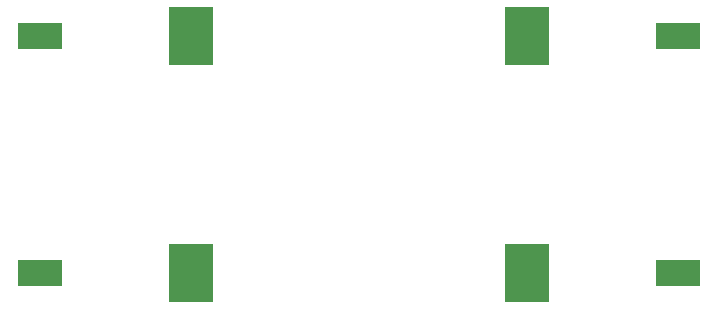
<source format=gbr>
G04 DipTrace 3.2.0.1*
G04 BottomPaste.gbr*
%MOMM*%
G04 #@! TF.FileFunction,Paste,Bot*
G04 #@! TF.Part,Single*
%ADD58R,3.8X4.9*%
%ADD60R,3.8X2.2*%
%FSLAX35Y35*%
G04*
G71*
G90*
G75*
G01*
G04 BotPaste*
%LPD*%
D60*
X603580Y1286000D3*
X6010580D3*
D58*
X1884580D3*
X4729580D3*
D60*
X6010580Y3286000D3*
X603580D3*
D58*
X4729580D3*
X1884580D3*
M02*

</source>
